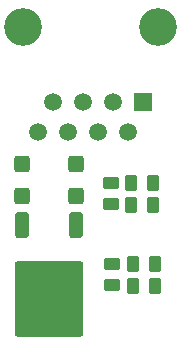
<source format=gts>
%TF.GenerationSoftware,KiCad,Pcbnew,8.0.4*%
%TF.CreationDate,2024-08-22T22:44:09+01:00*%
%TF.ProjectId,PicoChainTerminator,5069636f-4368-4616-996e-5465726d696e,v1.1*%
%TF.SameCoordinates,Original*%
%TF.FileFunction,Soldermask,Top*%
%TF.FilePolarity,Negative*%
%FSLAX46Y46*%
G04 Gerber Fmt 4.6, Leading zero omitted, Abs format (unit mm)*
G04 Created by KiCad (PCBNEW 8.0.4) date 2024-08-22 22:44:09*
%MOMM*%
%LPD*%
G01*
G04 APERTURE LIST*
G04 Aperture macros list*
%AMRoundRect*
0 Rectangle with rounded corners*
0 $1 Rounding radius*
0 $2 $3 $4 $5 $6 $7 $8 $9 X,Y pos of 4 corners*
0 Add a 4 corners polygon primitive as box body*
4,1,4,$2,$3,$4,$5,$6,$7,$8,$9,$2,$3,0*
0 Add four circle primitives for the rounded corners*
1,1,$1+$1,$2,$3*
1,1,$1+$1,$4,$5*
1,1,$1+$1,$6,$7*
1,1,$1+$1,$8,$9*
0 Add four rect primitives between the rounded corners*
20,1,$1+$1,$2,$3,$4,$5,0*
20,1,$1+$1,$4,$5,$6,$7,0*
20,1,$1+$1,$6,$7,$8,$9,0*
20,1,$1+$1,$8,$9,$2,$3,0*%
G04 Aperture macros list end*
%ADD10RoundRect,0.250000X-0.262500X-0.450000X0.262500X-0.450000X0.262500X0.450000X-0.262500X0.450000X0*%
%ADD11RoundRect,0.250000X0.425000X-0.450000X0.425000X0.450000X-0.425000X0.450000X-0.425000X-0.450000X0*%
%ADD12RoundRect,0.250000X-0.450000X0.262500X-0.450000X-0.262500X0.450000X-0.262500X0.450000X0.262500X0*%
%ADD13RoundRect,0.250000X-0.350000X0.850000X-0.350000X-0.850000X0.350000X-0.850000X0.350000X0.850000X0*%
%ADD14RoundRect,0.249997X-2.650003X2.950003X-2.650003X-2.950003X2.650003X-2.950003X2.650003X2.950003X0*%
%ADD15RoundRect,0.250000X0.450000X-0.262500X0.450000X0.262500X-0.450000X0.262500X-0.450000X-0.262500X0*%
%ADD16C,3.200000*%
%ADD17R,1.500000X1.500000*%
%ADD18C,1.500000*%
G04 APERTURE END LIST*
D10*
%TO.C,R6*%
X101980500Y-87620000D03*
X103805500Y-87620000D03*
%TD*%
D11*
%TO.C,C1*%
X97313500Y-86850000D03*
X97313500Y-84150000D03*
%TD*%
%TO.C,C2*%
X92741500Y-86850000D03*
X92741500Y-84150000D03*
%TD*%
D12*
%TO.C,R4*%
X100226000Y-85691500D03*
X100226000Y-87516500D03*
%TD*%
D13*
%TO.C,U1*%
X97305000Y-89250000D03*
D14*
X95025000Y-95550000D03*
D13*
X92745000Y-89250000D03*
%TD*%
D10*
%TO.C,R2*%
X102131000Y-94478000D03*
X103956000Y-94478000D03*
%TD*%
%TO.C,R3*%
X102131000Y-92573000D03*
X103956000Y-92573000D03*
%TD*%
D15*
%TO.C,R1*%
X100376500Y-94374500D03*
X100376500Y-92549500D03*
%TD*%
D16*
%TO.C,J1*%
X104254500Y-72527000D03*
X92824500Y-72527000D03*
D17*
X102984500Y-78877000D03*
D18*
X101714500Y-81417000D03*
X100444500Y-78877000D03*
X99174500Y-81417000D03*
X97904500Y-78877000D03*
X96634500Y-81417000D03*
X95364500Y-78877000D03*
X94094500Y-81417000D03*
%TD*%
D10*
%TO.C,R5*%
X101980500Y-85715000D03*
X103805500Y-85715000D03*
%TD*%
M02*

</source>
